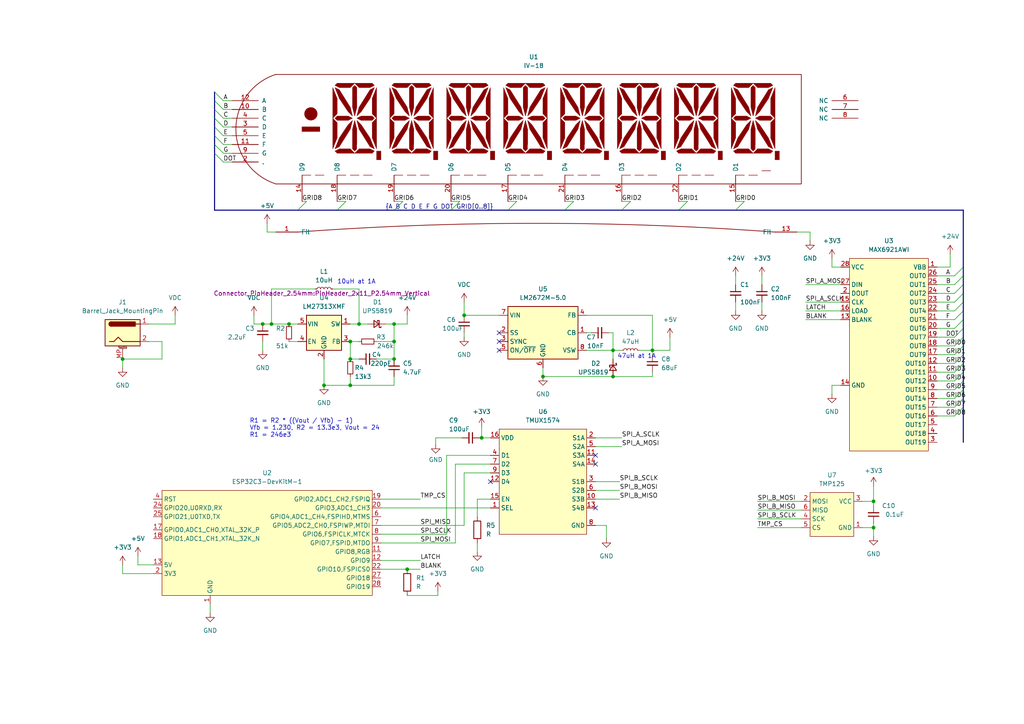
<source format=kicad_sch>
(kicad_sch (version 20230121) (generator eeschema)
  (paper "A4")
  (lib_symbols
    (symbol "Connector:Barrel_Jack_MountingPin" (pin_names hide)
      (property "Reference" "J" (at 0 5.334 0))
      (property "Value" "Barrel_Jack_MountingPin" (at 1.27 -6.35 0))
      (symbol "Barrel_Jack_MountingPin_1_1"
        (text "Mounting" (at 0 -4.191 0) (effects (font (size 0.381 0.381))))
        (pin passive line (at 7.62 2.54 180) (length 2.54) (name "~") (number "1"))
        (pin passive line (at 7.62 -2.54 180) (length 2.54) (name "~") (number "2"))
        (pin passive line (at 0 -7.62 90) (length 3.048) (name "MountPin") (number "MP"))
      )
    )
    (symbol "Device:C_Small" (pin_numbers hide) (pin_names (offset 0.254) hide)
      (property "Reference" "C" (at 0.254 1.778 0))
      (property "Value" "C_Small" (at 0.254 -2.032 0))
      (symbol "C_Small_1_1"
        (pin passive line (at 0 2.54 270) (length 2.032) (name "~") (number "1"))
        (pin passive line (at 0 -2.54 90) (length 2.032) (name "~") (number "2"))
      )
    )
    (symbol "Device:D_Schottky_Small" (pin_numbers hide) (pin_names (offset 0.254) hide)
      (property "Reference" "D" (at -1.27 2.032 0))
      (property "Value" "D_Schottky_Small" (at -7.112 -2.032 0))
      (symbol "D_Schottky_Small_1_1"
        (pin passive line (at -2.54 0 0) (length 1.778) (name "K") (number "1"))
        (pin passive line (at 2.54 0 180) (length 1.778) (name "A") (number "2"))
      )
    )
    (symbol "Device:L_Small" (pin_numbers hide) (pin_names (offset 0.254) hide)
      (property "Reference" "L" (at 0.762 1.016 0))
      (property "Value" "L_Small" (at 0.762 -1.016 0))
      (symbol "L_Small_1_1"
        (pin passive line (at 0 2.54 270) (length 0.508) (name "~") (number "1"))
        (pin passive line (at 0 -2.54 90) (length 0.508) (name "~") (number "2"))
      )
    )
    (symbol "Device:R" (pin_numbers hide) (pin_names (offset 0))
      (property "Reference" "R" (at 2.032 0 90))
      (property "Value" "R" (at 0 0 90))
      (symbol "R_1_1"
        (pin passive line (at 0 3.81 270) (length 1.27) (name "~") (number "1"))
        (pin passive line (at 0 -3.81 90) (length 1.27) (name "~") (number "2"))
      )
    )
    (symbol "Device:R_Small" (pin_numbers hide) (pin_names (offset 0.254) hide)
      (property "Reference" "R" (at 0.762 0.508 0))
      (property "Value" "R_Small" (at 0.762 -1.016 0))
      (symbol "R_Small_1_1"
        (pin passive line (at 0 2.54 270) (length 0.762) (name "~") (number "1"))
        (pin passive line (at 0 -2.54 90) (length 0.762) (name "~") (number "2"))
      )
    )
    (symbol "Regulator_Switching:LM2672M-5.0"
      (property "Reference" "U" (at -10.16 8.89 0))
      (property "Value" "LM2672M-5.0" (at 0 8.89 0))
      (symbol "LM2672M-5.0_1_1"
        (pin input line (at 12.7 0 180) (length 2.54) (name "CB") (number "1"))
        (pin input line (at -12.7 0 0) (length 2.54) (name "SS") (number "2"))
        (pin input line (at -12.7 -2.54 0) (length 2.54) (name "SYNC") (number "3"))
        (pin input line (at 12.7 5.08 180) (length 2.54) (name "FB") (number "4"))
        (pin input line (at -12.7 -5.08 0) (length 2.54) (name "ON/~{OFF}") (number "5"))
        (pin power_in line (at 0 -10.16 90) (length 2.54) (name "GND") (number "6"))
        (pin power_in line (at -12.7 5.08 0) (length 2.54) (name "VIN") (number "7"))
        (pin output line (at 12.7 -5.08 180) (length 2.54) (name "VSW") (number "8"))
      )
    )
    (symbol "Regulator_Switching:LM27313XMF" (pin_names (offset 0.254))
      (property "Reference" "U" (at -5.08 6.35 0))
      (property "Value" "LM27313XMF" (at 0 6.35 0))
      (symbol "LM27313XMF_1_1"
        (pin output line (at 7.62 2.54 180) (length 2.54) (name "SW") (number "1"))
        (pin power_in line (at 0 -7.62 90) (length 2.54) (name "GND") (number "2"))
        (pin input line (at 7.62 -2.54 180) (length 2.54) (name "FB") (number "3"))
        (pin input line (at -7.62 -2.54 0) (length 2.54) (name "EN") (number "4"))
        (pin input line (at -7.62 2.54 0) (length 2.54) (name "VIN") (number "5"))
      )
    )
    (symbol "esp-clock:MAX6921"
      (property "Reference" "U" (at -10.16 29.21 0))
      (property "Value" "MAX6921AWI" (at -5.08 26.67 0))
      (symbol "MAX6921_1_1"
        (pin power_in line (at 13.97 22.86 180) (length 2.54) (name "VBB") (number "1"))
        (pin output line (at 13.97 -10.16 180) (length 2.54) (name "OUT12") (number "10"))
        (pin output line (at 13.97 -7.62 180) (length 2.54) (name "OUT11") (number "11"))
        (pin output line (at 13.97 -5.08 180) (length 2.54) (name "OUT10") (number "12"))
        (pin input line (at -13.97 7.62 0) (length 2.54) (name "BLANK") (number "13"))
        (pin input line (at -13.97 -11.43 0) (length 2.54) (name "GND") (number "14"))
        (pin input line (at -13.97 12.7 0) (length 2.54) (name "CLK") (number "15"))
        (pin input line (at -13.97 10.16 0) (length 2.54) (name "LOAD") (number "16"))
        (pin output line (at 13.97 -2.54 180) (length 2.54) (name "OUT9") (number "17"))
        (pin output line (at 13.97 0 180) (length 2.54) (name "OUT8") (number "18"))
        (pin output line (at 13.97 2.54 180) (length 2.54) (name "OUT7") (number "19"))
        (pin input line (at -13.97 15.24 0) (length 2.54) (name "DOUT") (number "2"))
        (pin output line (at 13.97 5.08 180) (length 2.54) (name "OUT6") (number "20"))
        (pin output line (at 13.97 7.62 180) (length 2.54) (name "OUT5") (number "21"))
        (pin output line (at 13.97 10.16 180) (length 2.54) (name "OUT4") (number "22"))
        (pin output line (at 13.97 12.7 180) (length 2.54) (name "OUT3") (number "23"))
        (pin output line (at 13.97 15.24 180) (length 2.54) (name "OUT2") (number "24"))
        (pin output line (at 13.97 17.78 180) (length 2.54) (name "OUT1") (number "25"))
        (pin output line (at 13.97 20.32 180) (length 2.54) (name "OUT0") (number "26"))
        (pin input line (at -13.97 17.78 0) (length 2.54) (name "DIN") (number "27"))
        (pin input line (at -13.97 22.86 0) (length 2.54) (name "VCC") (number "28"))
        (pin output line (at 13.97 -27.94 180) (length 2.54) (name "OUT19") (number "3"))
        (pin output line (at 13.97 -25.4 180) (length 2.54) (name "OUT18") (number "4"))
        (pin output line (at 13.97 -22.86 180) (length 2.54) (name "OUT17") (number "5"))
        (pin output line (at 13.97 -20.32 180) (length 2.54) (name "OUT16") (number "6"))
        (pin output line (at 13.97 -17.78 180) (length 2.54) (name "OUT15") (number "7"))
        (pin output line (at 13.97 -15.24 180) (length 2.54) (name "OUT14") (number "8"))
        (pin output line (at 13.97 -12.7 180) (length 2.54) (name "OUT13") (number "9"))
      )
    )
    (symbol "esp-clock:TMP125"
      (property "Reference" "U" (at -5.08 10.16 0))
      (property "Value" "TMP125" (at -2.54 7.62 0))
      (symbol "TMP125_1_1"
        (pin power_out line (at 8.89 -3.81 180) (length 2.54) (name "GND") (number "1"))
        (pin input line (at -8.89 3.81 0) (length 2.54) (name "MOSI") (number "2"))
        (pin power_in line (at 8.89 3.81 180) (length 2.54) (name "VCC") (number "3"))
        (pin input line (at -8.89 -1.27 0) (length 2.54) (name "SCK") (number "4"))
        (pin input line (at -8.89 -3.81 0) (length 2.54) (name "CS") (number "5"))
        (pin output line (at -8.89 1.27 0) (length 2.54) (name "MISO") (number "6"))
      )
    )
    (symbol "esp-clock:TMUX1574"
      (property "Reference" "U" (at -11.43 19.05 0))
      (property "Value" "TMUX1574" (at -7.62 16.51 0))
      (symbol "TMUX1574_1_1"
        (pin input line (at -15.24 -7.62 0) (length 2.54) (name "SEL") (number "1"))
        (pin output line (at 15.24 -5.08 180) (length 2.54) (name "S3B") (number "10"))
        (pin output line (at 15.24 7.62 180) (length 2.54) (name "S3A") (number "11"))
        (pin input line (at -15.24 0 0) (length 2.54) (name "D4") (number "12"))
        (pin output line (at 15.24 -7.62 180) (length 2.54) (name "S4B") (number "13"))
        (pin output line (at 15.24 5.08 180) (length 2.54) (name "S4A") (number "14"))
        (pin input line (at -15.24 -5.08 0) (length 2.54) (name "EN") (number "15"))
        (pin power_in line (at -15.24 12.7 0) (length 2.54) (name "VDD") (number "16"))
        (pin output line (at 15.24 12.7 180) (length 2.54) (name "S1A") (number "2"))
        (pin output line (at 15.24 0 180) (length 2.54) (name "S1B") (number "3"))
        (pin input line (at -15.24 7.62 0) (length 2.54) (name "D1") (number "4"))
        (pin output line (at 15.24 10.16 180) (length 2.54) (name "S2A") (number "5"))
        (pin output line (at 15.24 -2.54 180) (length 2.54) (name "S2B") (number "6"))
        (pin input line (at -15.24 5.08 0) (length 2.54) (name "D2") (number "7"))
        (pin power_out line (at 15.24 -12.7 180) (length 2.54) (name "GND") (number "8"))
        (pin input line (at -15.24 2.54 0) (length 2.54) (name "D3") (number "9"))
      )
    )
    (symbol "esp-clock:esp32c3-mini-devkit"
      (property "Reference" "U" (at -27.94 19.05 0))
      (property "Value" "ESP32C3-DevKitM-1" (at -19.05 16.51 0))
      (symbol "esp32c3-mini-devkit_1_1"
        (pin passive line (at -15.24 -17.78 90) (length 2.54) (name "GND") (number "1"))
        (pin input line (at 34.29 -2.54 180) (length 2.54) (name "GPIO8,RGB") (number "11"))
        (pin input line (at 34.29 -5.08 180) (length 2.54) (name "GPIO9") (number "12"))
        (pin power_in line (at -31.75 -6.35 0) (length 2.54) (name "5V") (number "13"))
        (pin input line (at -31.75 3.81 0) (length 2.54) (name "GPIO0,ADC1_CH0,XTAL_32K_P") (number "17"))
        (pin input line (at -31.75 1.27 0) (length 2.54) (name "GPIO1,ADC1_CH1,XTAL_32K_N") (number "18"))
        (pin input line (at 34.29 12.7 180) (length 2.54) (name "GPIO2,ADC1_CH2,FSPIQ") (number "19"))
        (pin power_in line (at -31.75 -8.89 0) (length 2.54) (name "3V3") (number "2"))
        (pin input line (at 34.29 10.16 180) (length 2.54) (name "GPIO3,ADC1_CH3") (number "20"))
        (pin input line (at 34.29 -7.62 180) (length 2.54) (name "GPIO10,FSPICS0") (number "22"))
        (pin input line (at -31.75 10.16 0) (length 2.54) (name "GPIO20,U0RXD,RX") (number "24"))
        (pin input line (at -31.75 7.62 0) (length 2.54) (name "GPIO21,U0TXD,TX") (number "25"))
        (pin input line (at 34.29 -10.16 180) (length 2.54) (name "GPIO18") (number "27"))
        (pin input line (at 34.29 -12.7 180) (length 2.54) (name "GPIO19") (number "28"))
        (pin input line (at -31.75 12.7 0) (length 2.54) (name "RST") (number "4"))
        (pin input line (at 34.29 7.62 180) (length 2.54) (name "GPIO4,ADC1_CH4,FSPIHD,MTMS") (number "6"))
        (pin input line (at 34.29 5.08 180) (length 2.54) (name "GPIO5,ADC2_CH0,FSPIWP,MTDI") (number "7"))
        (pin input line (at 34.29 2.54 180) (length 2.54) (name "GPIO6,FSPICLK,MTCK") (number "8"))
        (pin input line (at 34.29 0 180) (length 2.54) (name "GPIO7,FSPID,MTDO") (number "9"))
      )
    )
    (symbol "power:+24V" (power) (pin_names (offset 0))
      (property "Value" "+24V" (at 0 3.556 0))
      (symbol "+24V_1_1"
        (pin power_in line (at 0 0 90) (length 0) hide (name "+24V") (number "1"))
      )
    )
    (symbol "power:+3V3" (power) (pin_names (offset 0))
      (property "Value" "+3V3" (at 0 3.556 0))
      (symbol "+3V3_1_1"
        (pin power_in line (at 0 0 90) (length 0) hide (name "+3V3") (number "1"))
      )
    )
    (symbol "power:+5V" (power) (pin_names (offset 0))
      (property "Value" "+5V" (at 0 3.556 0))
      (symbol "+5V_1_1"
        (pin power_in line (at 0 0 90) (length 0) hide (name "+5V") (number "1"))
      )
    )
    (symbol "power:GND" (power) (pin_names (offset 0))
      (property "Value" "GND" (at 0 -3.81 0))
      (symbol "GND_1_1"
        (pin power_in line (at 0 0 270) (length 0) hide (name "GND") (number "1"))
      )
    )
    (symbol "power:VDC" (power) (pin_names (offset 0))
      (property "Value" "VDC" (at 0 6.35 0))
      (symbol "VDC_1_1"
        (pin power_in line (at 0 0 90) (length 0) hide (name "VDC") (number "1"))
      )
    )
    (symbol "vfd:IV-18" (pin_names (offset 1.016))
      (property "Reference" "U" (at 0 15.24 0))
      (property "Value" "IV-18" (at 153.67 -27.94 0))
      (symbol "IV-18_1_1"
        (pin passive line (at -12.7 -33.02 0) (length 6.35) (name "Fil") (number "1"))
        (pin passive line (at -25.4 2.54 0) (length 7.62) (name "B") (number "10"))
        (pin passive line (at -25.4 -7.62 0) (length 7.62) (name "F") (number "11"))
        (pin passive line (at -25.4 5.08 0) (length 7.62) (name "A") (number "12"))
        (pin passive line (at 138.43 -33.02 180) (length 6.35) (name "Fil") (number "13"))
        (pin passive line (at -5.08 -24.13 90) (length 7.62) (name "D9") (number "14"))
        (pin passive line (at 120.65 -24.13 90) (length 7.62) (name "D1") (number "15"))
        (pin passive line (at 87.63 -24.13 90) (length 7.62) (name "D3") (number "16"))
        (pin passive line (at 54.61 -24.13 90) (length 7.62) (name "D5") (number "17"))
        (pin passive line (at 5.08 -24.13 90) (length 7.62) (name "D8") (number "18"))
        (pin passive line (at 21.59 -24.13 90) (length 7.62) (name "D7") (number "19"))
        (pin passive line (at -25.4 -12.7 0) (length 7.62) (name ".") (number "2"))
        (pin passive line (at 38.1 -24.13 90) (length 7.62) (name "D6") (number "20"))
        (pin passive line (at 71.12 -24.13 90) (length 7.62) (name "D4") (number "21"))
        (pin passive line (at 104.14 -24.13 90) (length 7.62) (name "D2") (number "22"))
        (pin passive line (at -25.4 -2.54 0) (length 7.62) (name "D") (number "3"))
        (pin passive line (at -25.4 0 0) (length 7.62) (name "C") (number "4"))
        (pin passive line (at -25.4 -5.08 0) (length 7.62) (name "E") (number "5"))
        (pin passive line (at 156.21 5.08 180) (length 7.62) (name "NC") (number "6"))
        (pin passive line (at 156.21 2.54 180) (length 7.62) (name "NC") (number "7"))
        (pin passive line (at 156.21 0 180) (length 7.62) (name "NC") (number "8"))
        (pin passive line (at -25.4 -10.16 0) (length 7.62) (name "G") (number "9"))
      )
    )
  )
  (junction (at 114.3 93.98))
  (junction (at 76.2 93.98))
  (junction (at 101.6 111.76))
  (junction (at 101.6 99.06))
  (junction (at 83.82 93.98))
  (junction (at 253.365 145.415))
  (junction (at 101.6 104.14))
  (junction (at 139.7 127))
  (junction (at 253.365 153.035))
  (junction (at 177.8 101.6))
  (junction (at 114.3 104.14))
  (junction (at 177.8 109.22))
  (junction (at 35.56 104.14))
  (junction (at 189.23 101.6))
  (junction (at 93.98 111.76))
  (junction (at 157.48 109.22))
  (junction (at 104.14 93.98))
  (junction (at 134.62 91.44))
  (junction (at 78.74 93.98))
  (junction (at 114.3 99.06))
  (junction (at 118.11 165.1))
  (no_connect (at 144.78 101.6))
  (no_connect (at 142.24 139.7))
  (no_connect (at 172.72 132.08))
  (no_connect (at 172.72 147.32))
  (no_connect (at 144.78 99.06))
  (no_connect (at 144.78 96.52))
  (no_connect (at 172.72 134.62))
  (bus_entry (at 279.4 87.63) (size -2.54 2.54))
  (bus_entry (at 279.4 100.33) (size -2.54 2.54))
  (bus_entry (at 180.34 60.96) (size 2.54 -2.54))
  (bus_entry (at 196.85 60.96) (size 2.54 -2.54))
  (bus_entry (at 279.4 113.03) (size -2.54 2.54))
  (bus_entry (at 279.4 107.95) (size -2.54 2.54))
  (bus_entry (at 114.3 60.96) (size 2.54 -2.54))
  (bus_entry (at 279.4 115.57) (size -2.54 2.54))
  (bus_entry (at 62.23 39.37) (size 2.54 2.54))
  (bus_entry (at 279.4 118.11) (size -2.54 2.54))
  (bus_entry (at 97.79 60.96) (size 2.54 -2.54))
  (bus_entry (at 279.4 90.17) (size -2.54 2.54))
  (bus_entry (at 130.81 60.96) (size 2.54 -2.54))
  (bus_entry (at 62.23 31.75) (size 2.54 2.54))
  (bus_entry (at 279.4 82.55) (size -2.54 2.54))
  (bus_entry (at 213.36 60.96) (size 2.54 -2.54))
  (bus_entry (at 62.23 34.29) (size 2.54 2.54))
  (bus_entry (at 279.4 95.25) (size -2.54 2.54))
  (bus_entry (at 62.23 26.67) (size 2.54 2.54))
  (bus_entry (at 62.23 36.83) (size 2.54 2.54))
  (bus_entry (at 279.4 102.87) (size -2.54 2.54))
  (bus_entry (at 62.23 41.91) (size 2.54 2.54))
  (bus_entry (at 279.4 80.01) (size -2.54 2.54))
  (bus_entry (at 279.4 110.49) (size -2.54 2.54))
  (bus_entry (at 279.4 77.47) (size -2.54 2.54))
  (bus_entry (at 279.4 105.41) (size -2.54 2.54))
  (bus_entry (at 86.36 60.96) (size 2.54 -2.54))
  (bus_entry (at 62.23 44.45) (size 2.54 2.54))
  (bus_entry (at 62.23 29.21) (size 2.54 2.54))
  (bus_entry (at 279.4 85.09) (size -2.54 2.54))
  (bus_entry (at 163.83 60.96) (size 2.54 -2.54))
  (bus_entry (at 279.4 97.79) (size -2.54 2.54))
  (bus_entry (at 147.32 60.96) (size 2.54 -2.54))
  (bus_entry (at 279.4 92.71) (size -2.54 2.54))
  (wire (pts (xy 177.8 96.52) (xy 177.8 101.6)))
  (wire (pts (xy 157.48 106.68) (xy 157.48 109.22)))
  (wire (pts (xy 233.68 90.17) (xy 243.84 90.17)))
  (wire (pts (xy 250.19 145.415) (xy 253.365 145.415)))
  (wire (pts (xy 104.14 83.82) (xy 104.14 93.98)))
  (wire (pts (xy 64.77 31.75) (xy 67.31 31.75)))
  (wire (pts (xy 35.56 104.14) (xy 35.56 106.68)))
  (wire (pts (xy 134.62 152.4) (xy 134.62 137.16)))
  (wire (pts (xy 114.3 104.14) (xy 114.3 99.06)))
  (wire (pts (xy 44.45 166.37) (xy 35.56 166.37)))
  (wire (pts (xy 271.78 110.49) (xy 276.86 110.49)))
  (wire (pts (xy 175.895 152.4) (xy 175.895 156.21)))
  (wire (pts (xy 83.82 99.06) (xy 86.36 99.06)))
  (wire (pts (xy 127 171.45) (xy 127 172.72)))
  (wire (pts (xy 101.6 99.06) (xy 104.14 99.06)))
  (wire (pts (xy 139.7 127) (xy 142.24 127)))
  (wire (pts (xy 76.2 99.06) (xy 76.2 101.6)))
  (wire (pts (xy 139.7 123.825) (xy 139.7 127)))
  (wire (pts (xy 177.8 101.6) (xy 170.18 101.6)))
  (wire (pts (xy 132.08 134.62) (xy 142.24 134.62)))
  (wire (pts (xy 134.62 137.16) (xy 142.24 137.16)))
  (wire (pts (xy 271.78 97.79) (xy 276.86 97.79)))
  (wire (pts (xy 213.36 87.63) (xy 213.36 90.17)))
  (wire (pts (xy 275.59 73.66) (xy 275.59 77.47)))
  (wire (pts (xy 114.3 109.22) (xy 114.3 111.76)))
  (wire (pts (xy 40.005 163.83) (xy 44.45 163.83)))
  (wire (pts (xy 234.95 67.31) (xy 234.95 69.85)))
  (wire (pts (xy 253.365 153.035) (xy 253.365 155.575)))
  (wire (pts (xy 134.62 96.52) (xy 134.62 97.79)))
  (wire (pts (xy 110.49 147.32) (xy 142.24 147.32)))
  (bus (pts (xy 279.4 92.71) (xy 279.4 95.25)))
  (bus (pts (xy 279.4 113.03) (xy 279.4 115.57)))
  (wire (pts (xy 220.98 80.01) (xy 220.98 82.55)))
  (wire (pts (xy 138.43 144.78) (xy 138.43 149.86)))
  (wire (pts (xy 176.53 96.52) (xy 177.8 96.52)))
  (bus (pts (xy 279.4 110.49) (xy 279.4 113.03)))
  (wire (pts (xy 172.72 144.78) (xy 179.705 144.78)))
  (wire (pts (xy 233.68 87.63) (xy 243.84 87.63)))
  (wire (pts (xy 46.99 104.14) (xy 35.56 104.14)))
  (wire (pts (xy 93.98 111.76) (xy 93.98 104.14)))
  (wire (pts (xy 110.49 144.78) (xy 121.92 144.78)))
  (bus (pts (xy 279.4 87.63) (xy 279.4 90.17)))
  (bus (pts (xy 62.23 36.83) (xy 62.23 39.37)))
  (wire (pts (xy 40.005 161.29) (xy 40.005 163.83)))
  (wire (pts (xy 64.77 41.91) (xy 67.31 41.91)))
  (bus (pts (xy 62.23 31.75) (xy 62.23 34.29)))
  (wire (pts (xy 271.78 115.57) (xy 276.86 115.57)))
  (wire (pts (xy 87.63 58.42) (xy 88.9 58.42)))
  (bus (pts (xy 279.4 115.57) (xy 279.4 118.11)))
  (bus (pts (xy 279.4 105.41) (xy 279.4 107.95)))
  (wire (pts (xy 129.54 154.94) (xy 129.54 132.08)))
  (wire (pts (xy 271.78 102.87) (xy 276.86 102.87)))
  (wire (pts (xy 219.71 150.495) (xy 232.41 150.495)))
  (wire (pts (xy 64.77 29.21) (xy 67.31 29.21)))
  (wire (pts (xy 220.98 87.63) (xy 220.98 90.17)))
  (wire (pts (xy 189.23 101.6) (xy 189.23 102.87)))
  (bus (pts (xy 279.4 97.79) (xy 279.4 100.33)))
  (wire (pts (xy 78.74 83.82) (xy 91.44 83.82)))
  (wire (pts (xy 219.71 153.035) (xy 232.41 153.035)))
  (wire (pts (xy 130.81 58.42) (xy 133.35 58.42)))
  (bus (pts (xy 279.4 118.11) (xy 279.4 128.27)))
  (wire (pts (xy 110.49 165.1) (xy 118.11 165.1)))
  (wire (pts (xy 189.23 101.6) (xy 185.42 101.6)))
  (wire (pts (xy 129.54 132.08) (xy 142.24 132.08)))
  (wire (pts (xy 104.14 93.98) (xy 101.6 93.98)))
  (bus (pts (xy 279.4 95.25) (xy 279.4 97.79)))
  (wire (pts (xy 271.78 107.95) (xy 276.86 107.95)))
  (bus (pts (xy 279.4 60.96) (xy 279.4 77.47)))
  (wire (pts (xy 76.2 93.98) (xy 78.74 93.98)))
  (wire (pts (xy 96.52 83.82) (xy 104.14 83.82)))
  (wire (pts (xy 243.84 111.76) (xy 241.3 111.76)))
  (wire (pts (xy 132.08 157.48) (xy 132.08 134.62)))
  (wire (pts (xy 139.065 127) (xy 139.7 127)))
  (wire (pts (xy 189.23 91.44) (xy 189.23 101.6)))
  (wire (pts (xy 189.23 109.22) (xy 177.8 109.22)))
  (wire (pts (xy 118.11 172.72) (xy 127 172.72)))
  (bus (pts (xy 62.23 60.96) (xy 86.36 60.96)))
  (wire (pts (xy 134.62 91.44) (xy 144.78 91.44)))
  (wire (pts (xy 241.3 74.93) (xy 241.3 77.47)))
  (wire (pts (xy 77.47 67.31) (xy 77.47 64.77)))
  (bus (pts (xy 62.23 34.29) (xy 62.23 36.83)))
  (wire (pts (xy 101.6 109.22) (xy 101.6 111.76)))
  (wire (pts (xy 250.19 153.035) (xy 253.365 153.035)))
  (wire (pts (xy 114.3 93.98) (xy 118.11 93.98)))
  (wire (pts (xy 172.72 127) (xy 180.34 127)))
  (wire (pts (xy 126.365 127) (xy 126.365 128.905)))
  (wire (pts (xy 97.79 58.42) (xy 100.33 58.42)))
  (wire (pts (xy 172.72 129.54) (xy 180.34 129.54)))
  (bus (pts (xy 62.23 44.45) (xy 62.23 60.96)))
  (wire (pts (xy 271.78 80.01) (xy 276.86 80.01)))
  (bus (pts (xy 279.4 85.09) (xy 279.4 87.63)))
  (wire (pts (xy 114.3 58.42) (xy 116.84 58.42)))
  (bus (pts (xy 196.85 60.96) (xy 213.36 60.96)))
  (wire (pts (xy 271.78 82.55) (xy 276.86 82.55)))
  (wire (pts (xy 142.24 144.78) (xy 138.43 144.78)))
  (wire (pts (xy 271.78 100.33) (xy 276.86 100.33)))
  (wire (pts (xy 194.31 97.79) (xy 194.31 101.6)))
  (wire (pts (xy 133.985 127) (xy 126.365 127)))
  (wire (pts (xy 111.76 93.98) (xy 114.3 93.98)))
  (wire (pts (xy 271.78 105.41) (xy 276.86 105.41)))
  (bus (pts (xy 97.79 60.96) (xy 114.3 60.96)))
  (wire (pts (xy 271.78 95.25) (xy 276.86 95.25)))
  (wire (pts (xy 180.34 58.42) (xy 182.88 58.42)))
  (wire (pts (xy 233.68 82.55) (xy 243.84 82.55)))
  (wire (pts (xy 101.6 111.76) (xy 93.98 111.76)))
  (wire (pts (xy 64.77 39.37) (xy 67.31 39.37)))
  (wire (pts (xy 134.62 87.63) (xy 134.62 91.44)))
  (wire (pts (xy 243.84 77.47) (xy 241.3 77.47)))
  (bus (pts (xy 279.4 107.95) (xy 279.4 110.49)))
  (wire (pts (xy 110.49 157.48) (xy 132.08 157.48)))
  (wire (pts (xy 177.8 101.6) (xy 180.34 101.6)))
  (wire (pts (xy 60.96 175.26) (xy 60.96 177.8)))
  (wire (pts (xy 170.18 91.44) (xy 189.23 91.44)))
  (bus (pts (xy 279.4 90.17) (xy 279.4 92.71)))
  (bus (pts (xy 180.34 60.96) (xy 196.85 60.96)))
  (wire (pts (xy 109.22 104.14) (xy 114.3 104.14)))
  (bus (pts (xy 279.4 80.01) (xy 279.4 82.55)))
  (bus (pts (xy 62.23 39.37) (xy 62.23 41.91)))
  (wire (pts (xy 73.66 91.44) (xy 73.66 93.98)))
  (bus (pts (xy 62.23 26.67) (xy 62.23 29.21)))
  (wire (pts (xy 177.8 101.6) (xy 177.8 104.14)))
  (wire (pts (xy 219.71 145.415) (xy 232.41 145.415)))
  (wire (pts (xy 271.78 92.71) (xy 276.86 92.71)))
  (wire (pts (xy 196.85 58.42) (xy 199.39 58.42)))
  (wire (pts (xy 118.11 165.1) (xy 121.92 165.1)))
  (wire (pts (xy 241.3 111.76) (xy 241.3 114.3)))
  (wire (pts (xy 271.78 113.03) (xy 276.86 113.03)))
  (wire (pts (xy 253.365 140.97) (xy 253.365 145.415)))
  (wire (pts (xy 172.72 139.7) (xy 179.705 139.7)))
  (wire (pts (xy 172.72 142.24) (xy 179.705 142.24)))
  (wire (pts (xy 271.78 85.09) (xy 276.86 85.09)))
  (wire (pts (xy 104.14 93.98) (xy 106.68 93.98)))
  (bus (pts (xy 279.4 82.55) (xy 279.4 85.09)))
  (bus (pts (xy 279.4 77.47) (xy 279.4 80.01)))
  (wire (pts (xy 172.72 152.4) (xy 175.895 152.4)))
  (wire (pts (xy 80.01 67.31) (xy 77.47 67.31)))
  (bus (pts (xy 114.3 60.96) (xy 130.81 60.96)))
  (wire (pts (xy 101.6 104.14) (xy 104.14 104.14)))
  (wire (pts (xy 233.68 92.71) (xy 243.84 92.71)))
  (wire (pts (xy 114.3 93.98) (xy 114.3 99.06)))
  (bus (pts (xy 163.83 60.96) (xy 180.34 60.96)))
  (wire (pts (xy 163.83 58.42) (xy 166.37 58.42)))
  (wire (pts (xy 271.78 77.47) (xy 275.59 77.47)))
  (bus (pts (xy 147.32 60.96) (xy 163.83 60.96)))
  (wire (pts (xy 83.82 93.98) (xy 86.36 93.98)))
  (wire (pts (xy 76.2 93.98) (xy 73.66 93.98)))
  (wire (pts (xy 189.23 101.6) (xy 194.31 101.6)))
  (wire (pts (xy 271.78 87.63) (xy 276.86 87.63)))
  (wire (pts (xy 110.49 154.94) (xy 129.54 154.94)))
  (wire (pts (xy 110.49 162.56) (xy 121.92 162.56)))
  (wire (pts (xy 118.11 91.44) (xy 118.11 93.98)))
  (wire (pts (xy 253.365 145.415) (xy 253.365 146.685)))
  (wire (pts (xy 271.78 120.65) (xy 276.86 120.65)))
  (wire (pts (xy 114.3 111.76) (xy 101.6 111.76)))
  (wire (pts (xy 101.6 99.06) (xy 101.6 104.14)))
  (wire (pts (xy 35.56 163.83) (xy 35.56 166.37)))
  (wire (pts (xy 189.23 107.95) (xy 189.23 109.22)))
  (bus (pts (xy 62.23 41.91) (xy 62.23 44.45)))
  (wire (pts (xy 170.18 96.52) (xy 171.45 96.52)))
  (wire (pts (xy 64.77 34.29) (xy 67.31 34.29)))
  (wire (pts (xy 78.74 93.98) (xy 83.82 93.98)))
  (wire (pts (xy 219.71 147.955) (xy 232.41 147.955)))
  (wire (pts (xy 271.78 90.17) (xy 276.86 90.17)))
  (wire (pts (xy 231.14 67.31) (xy 234.95 67.31)))
  (bus (pts (xy 279.4 102.87) (xy 279.4 105.41)))
  (wire (pts (xy 157.48 109.22) (xy 177.8 109.22)))
  (bus (pts (xy 213.36 60.96) (xy 279.4 60.96)))
  (wire (pts (xy 43.18 99.06) (xy 46.99 99.06)))
  (bus (pts (xy 62.23 29.21) (xy 62.23 31.75)))
  (bus (pts (xy 279.4 100.33) (xy 279.4 102.87)))
  (wire (pts (xy 213.36 80.01) (xy 213.36 82.55)))
  (wire (pts (xy 64.77 36.83) (xy 67.31 36.83)))
  (wire (pts (xy 50.8 91.44) (xy 50.8 93.98)))
  (wire (pts (xy 213.36 58.42) (xy 215.9 58.42)))
  (wire (pts (xy 64.77 46.99) (xy 67.31 46.99)))
  (bus (pts (xy 86.36 60.96) (xy 97.79 60.96)))
  (wire (pts (xy 64.77 44.45) (xy 67.31 44.45)))
  (wire (pts (xy 109.22 99.06) (xy 114.3 99.06)))
  (wire (pts (xy 147.32 58.42) (xy 149.86 58.42)))
  (wire (pts (xy 138.43 157.48) (xy 138.43 160.02)))
  (wire (pts (xy 110.49 152.4) (xy 134.62 152.4)))
  (wire (pts (xy 43.18 93.98) (xy 50.8 93.98)))
  (wire (pts (xy 253.365 151.765) (xy 253.365 153.035)))
  (wire (pts (xy 78.74 93.98) (xy 78.74 83.82)))
  (wire (pts (xy 271.78 118.11) (xy 276.86 118.11)))
  (bus (pts (xy 130.81 60.96) (xy 147.32 60.96)))
  (wire (pts (xy 46.99 99.06) (xy 46.99 104.14)))
  (text "10uH at 1A" (at 97.79 82.55 0) (effects (font (size 1.27 1.27)) (justify left bottom)))
  (text "47uH at 1A" (at 179.07 104.14 0) (effects (font (size 1.27 1.27)) (justify left bottom)))
  (text "R1 = R2 * ((Vout / Vfb) - 1)\nVfb = 1.230, R2 = 13.3e3, Vout = 24\nR1 = 246e3\n" (at 72.39 127 0) (effects (font (size 1.27 1.27)) (justify left bottom)))
  (label "SPI_MISO" (at 121.92 152.4 0))
  (label "G" (at 64.77 44.45 0))
  (label "GRID2" (at 274.32 105.41 0))
  (label "SPI_B_MOSI" (at 179.705 142.24 0))
  (label "SPI_A_MOSI" (at 233.68 82.55 0))
  (label "D" (at 64.77 36.83 0))
  (label "GRID0" (at 213.36 58.42 0))
  (label "F" (at 64.77 41.91 0))
  (label "B" (at 64.77 31.75 0))
  (label "SPI_A_MOSI" (at 180.34 129.54 0))
  (label "F" (at 274.32 92.71 0))
  (label "BLANK" (at 121.92 165.1 0))
  (label "GRID6" (at 114.3 58.42 0))
  (label "G" (at 274.32 95.25 0))
  (label "E" (at 64.77 39.37 0))
  (label "GRID5" (at 130.81 58.42 0))
  (label "SPI_B_MISO" (at 219.71 147.955 0))
  (label "{A B C D E F G DOT GRID[0..8]}" (at 111.76 60.96 0))
  (label "SPI_B_SCLK" (at 219.71 150.495 0))
  (label "B" (at 274.32 82.55 0))
  (label "SPI_B_SCLK" (at 179.705 139.7 0))
  (label "C" (at 64.77 34.29 0))
  (label "TMP_CS" (at 219.71 153.035 0))
  (label "DOT" (at 64.77 46.99 0))
  (label "GRID6" (at 274.32 115.57 0))
  (label "SPI_MOSI" (at 121.92 157.48 0))
  (label "GRID4" (at 147.32 58.42 0))
  (label "C" (at 274.32 85.09 0))
  (label "GRID7" (at 274.32 118.11 0))
  (label "GRID2" (at 180.34 58.42 0))
  (label "SPI_B_MOSI" (at 219.71 145.415 0))
  (label "GRID0" (at 274.32 100.33 0))
  (label "GRID7" (at 97.79 58.42 0))
  (label "SPI_SCLK" (at 121.92 154.94 0))
  (label "GRID3" (at 274.32 107.95 0))
  (label "SPI_A_SCLK" (at 233.68 87.63 0))
  (label "DOT" (at 274.32 97.79 0))
  (label "GRID3" (at 163.83 58.42 0))
  (label "SPI_B_MISO" (at 179.705 144.78 0))
  (label "E" (at 274.32 90.17 0))
  (label "A" (at 274.32 80.01 0))
  (label "LATCH" (at 121.92 162.56 0))
  (label "A" (at 64.77 29.21 0))
  (label "TMP_CS" (at 121.92 144.78 0))
  (label "LATCH" (at 233.68 90.17 0))
  (label "GRID1" (at 274.32 102.87 0))
  (label "GRID4" (at 274.32 110.49 0))
  (label "GRID8" (at 274.32 120.65 0))
  (label "BLANK" (at 233.68 92.71 0))
  (label "GRID1" (at 196.85 58.42 0))
  (label "GRID5" (at 274.32 113.03 0))
  (label "GRID8" (at 87.63 58.42 0))
  (label "SPI_A_SCLK" (at 180.34 127 0))
  (label "D" (at 274.32 87.63 0))
  (symbol (lib_id "power:+24V") (at 275.59 73.66 0) (unit 1)
    (property "Reference" "#PWR06" (effects hide))
    (property "Value" "+24V" (at 275.59 68.58 0))
  )
  (symbol (lib_id "power:+5V") (at 194.31 97.79 0) (unit 1)
    (property "Reference" "#PWR023" (effects hide))
    (property "Value" "+5V" (at 194.31 92.71 0))
  )
  (symbol (lib_id "power:GND") (at 134.62 97.79 0) (unit 1)
    (property "Reference" "#PWR021" (effects hide))
    (property "Value" "GND" (at 134.62 102.87 0))
  )
  (symbol (lib_id "esp-clock:TMP125") (at 241.3 149.225 0) (unit 1)
    (property "Reference" "U7" (at 241.3 137.795 0))
    (property "Value" "TMP125" (at 241.3 140.335 0))
    (property "Footprint" "Package_TO_SOT_SMD:SOT-23-6_Handsoldering" (effects hide))
  )
  (symbol (lib_id "Device:C_Small") (at 106.68 104.14 90) (unit 1)
    (property "Reference" "C4" (at 109.22 102.87 90))
    (property "Value" "220pF" (at 110.49 105.41 90))
    (property "Footprint" "Capacitor_SMD:C_0603_1608Metric_Pad1.08x0.95mm_HandSolder" (effects hide))
  )
  (symbol (lib_id "power:GND") (at 60.96 177.8 0) (unit 1)
    (property "Reference" "#PWR09" (effects hide))
    (property "Value" "GND" (at 60.96 182.88 0))
  )
  (symbol (lib_id "vfd:IV-18") (at 92.71 34.29 0) (unit 1)
    (property "Reference" "U1" (at 154.8102 16.51 0))
    (property "Value" "IV-18" (at 154.8102 19.05 0))
    (property "Footprint" "Connector_PinHeader_2.54mm:PinHeader_2x11_P2.54mm_Vertical" (at 93.345 85.09 0))
  )
  (symbol (lib_id "power:+3V3") (at 35.56 163.83 0) (unit 1)
    (property "Reference" "#PWR07" (effects hide))
    (property "Value" "+3V3" (at 35.56 158.75 0))
  )
  (symbol (lib_id "power:+3V3") (at 241.3 74.93 0) (unit 1)
    (property "Reference" "#PWR04" (effects hide))
    (property "Value" "+3V3" (at 241.3 69.85 0))
  )
  (symbol (lib_id "power:+3V3") (at 127 171.45 0) (unit 1)
    (property "Reference" "#PWR05" (effects hide))
    (property "Value" "+3V3" (at 127 166.37 0))
  )
  (symbol (lib_id "power:GND") (at 220.98 90.17 0) (unit 1)
    (property "Reference" "#PWR013" (effects hide))
    (property "Value" "GND" (at 220.98 95.25 0))
  )
  (symbol (lib_id "power:GND") (at 234.95 69.85 0) (unit 1)
    (property "Reference" "#PWR01" (effects hide))
    (property "Value" "GND" (at 234.95 74.93 0))
  )
  (symbol (lib_id "power:GND") (at 241.3 114.3 0) (unit 1)
    (property "Reference" "#PWR03" (effects hide))
    (property "Value" "GND" (at 241.3 119.38 0))
  )
  (symbol (lib_id "power:GND") (at 126.365 128.905 0) (unit 1)
    (property "Reference" "#PWR027" (effects hide))
    (property "Value" "GND" (at 126.365 133.35 0))
  )
  (symbol (lib_id "power:GND") (at 175.895 156.21 0) (unit 1)
    (property "Reference" "#PWR025" (effects hide))
    (property "Value" "GND" (at 175.895 161.29 0))
  )
  (symbol (lib_id "Device:D_Schottky_Small") (at 109.22 93.98 180) (unit 1)
    (property "Reference" "D1" (at 109.474 87.63 0))
    (property "Value" "UPS5819" (at 109.474 90.17 0))
    (property "Footprint" "esp-clock:D_DO216AA" (effects hide))
  )
  (symbol (lib_id "power:+5V") (at 40.005 161.29 0) (unit 1)
    (property "Reference" "#PWR08" (effects hide))
    (property "Value" "+5V" (at 40.005 156.21 0))
  )
  (symbol (lib_id "power:+3V3") (at 139.7 123.825 0) (unit 1)
    (property "Reference" "#PWR026" (effects hide))
    (property "Value" "+3V3" (at 139.7 119.38 0))
  )
  (symbol (lib_id "Device:L_Small") (at 182.88 101.6 90) (unit 1)
    (property "Reference" "L2" (at 182.88 96.52 90))
    (property "Value" "47uH" (at 182.88 99.06 90))
    (property "Footprint" "Inductor_SMD:L_TDK_SLF7045" (effects hide))
    (property "Datasheet" "B82472G6473M000" (effects hide))
  )
  (symbol (lib_id "power:GND") (at 157.48 109.22 0) (unit 1)
    (property "Reference" "#PWR022" (effects hide))
    (property "Value" "GND" (at 157.48 114.3 0))
  )
  (symbol (lib_id "power:+5V") (at 77.47 64.77 0) (unit 1)
    (property "Reference" "#PWR02" (effects hide))
    (property "Value" "+5V" (at 77.47 59.69 0))
  )
  (symbol (lib_id "power:+3V3") (at 253.365 140.97 0) (unit 1)
    (property "Reference" "#PWR029" (effects hide))
    (property "Value" "+3V3" (at 253.365 136.525 0))
  )
  (symbol (lib_id "Device:R_Small") (at 101.6 106.68 180) (unit 1)
    (property "Reference" "R4" (at 102.87 106.68 0) (effects (justify right)))
    (property "Value" "13k3" (at 102.87 109.22 0) (effects (justify right)))
    (property "Footprint" "Resistor_SMD:R_0603_1608Metric_Pad0.98x0.95mm_HandSolder" (effects hide))
  )
  (symbol (lib_id "esp-clock:esp32c3-mini-devkit") (at 76.2 157.48 0) (unit 1)
    (property "Reference" "U2" (at 77.47 137.16 0))
    (property "Value" "ESP32C3-DevKitM-1" (at 77.47 139.7 0))
    (property "Footprint" "esp-clock:esp32c3_devkit_minim1" (effects hide))
  )
  (symbol (lib_id "Device:R") (at 138.43 153.67 0) (unit 1)
    (property "Reference" "R5" (at 140.97 152.4 0) (effects (justify left)))
    (property "Value" "R" (at 140.97 154.94 0) (effects (justify left)))
    (property "Footprint" "Resistor_SMD:R_0603_1608Metric_Pad0.98x0.95mm_HandSolder" (effects hide))
  )
  (symbol (lib_id "Regulator_Switching:LM2672M-5.0") (at 157.48 96.52 0) (unit 1)
    (property "Reference" "U5" (at 157.48 83.82 0))
    (property "Value" "LM2672M-5.0" (at 157.48 86.36 0))
    (property "Footprint" "Package_SO:SOIC-8_3.9x4.9mm_P1.27mm" (effects hide))
    (property "Datasheet" "http://www.ti.com/lit/ds/symlink/lm2672.pdf" (effects hide))
  )
  (symbol (lib_id "Device:D_Schottky_Small") (at 177.8 106.68 270) (unit 1)
    (property "Reference" "D2" (at 171.45 105.41 90) (effects (justify left)))
    (property "Value" "UPS5819" (at 167.64 107.95 90) (effects (justify left)))
    (property "Footprint" "esp-clock:D_DO216AA" (effects hide))
  )
  (symbol (lib_id "power:VDC") (at 134.62 87.63 0) (unit 1)
    (property "Reference" "#PWR020" (effects hide))
    (property "Value" "VDC" (at 134.62 82.55 0))
  )
  (symbol (lib_id "power:VDC") (at 50.8 91.44 0) (unit 1)
    (property "Reference" "#PWR015" (effects hide))
    (property "Value" "VDC" (at 50.8 86.36 0))
  )
  (symbol (lib_id "Device:C_Small") (at 220.98 85.09 0) (unit 1)
    (property "Reference" "C2" (at 223.52 83.8263 0) (effects (justify left)))
    (property "Value" "100nF" (at 223.52 86.3663 0) (effects (justify left)))
    (property "Footprint" "Capacitor_SMD:C_0603_1608Metric_Pad1.08x0.95mm_HandSolder" (effects hide))
  )
  (symbol (lib_id "power:GND") (at 138.43 160.02 0) (unit 1)
    (property "Reference" "#PWR024" (effects hide))
    (property "Value" "GND" (at 138.43 165.1 0))
  )
  (symbol (lib_id "Device:R_Small") (at 83.82 96.52 0) (unit 1)
    (property "Reference" "R2" (at 80.01 95.25 0) (effects (justify left)))
    (property "Value" "51k" (at 80.01 100.33 0) (effects (justify left)))
    (property "Footprint" "Resistor_SMD:R_0603_1608Metric_Pad0.98x0.95mm_HandSolder" (effects hide))
  )
  (symbol (lib_id "power:+24V") (at 118.11 91.44 0) (unit 1)
    (property "Reference" "#PWR018" (effects hide))
    (property "Value" "+24V" (at 118.11 86.36 0))
  )
  (symbol (lib_id "power:+24V") (at 213.36 80.01 0) (unit 1)
    (property "Reference" "#PWR011" (effects hide))
    (property "Value" "+24V" (at 213.36 74.93 0))
  )
  (symbol (lib_id "power:GND") (at 93.98 111.76 0) (unit 1)
    (property "Reference" "#PWR019" (effects hide))
    (property "Value" "GND" (at 93.98 116.84 0))
  )
  (symbol (lib_id "Device:C_Small") (at 173.99 96.52 90) (unit 1)
    (property "Reference" "C7" (at 171.45 97.79 90))
    (property "Value" "10nF" (at 172.72 100.33 90))
    (property "Footprint" "Capacitor_SMD:C_0603_1608Metric_Pad1.08x0.95mm_HandSolder" (effects hide))
  )
  (symbol (lib_id "Device:C_Small") (at 114.3 106.68 180) (unit 1)
    (property "Reference" "C5" (at 116.84 105.4036 0) (effects (justify right)))
    (property "Value" "4.7uF" (at 116.84 107.9436 0) (effects (justify right)))
    (property "Footprint" "Capacitor_SMD:C_0603_1608Metric_Pad1.08x0.95mm_HandSolder" (effects hide))
  )
  (symbol (lib_id "Device:C_Small") (at 213.36 85.09 0) (unit 1)
    (property "Reference" "C1" (at 214.63 82.55 0) (effects (justify left)))
    (property "Value" "100nF" (at 214.63 87.63 0) (effects (justify left)))
    (property "Footprint" "Capacitor_SMD:C_0603_1608Metric_Pad1.08x0.95mm_HandSolder" (effects hide))
  )
  (symbol (lib_id "power:+3V3") (at 220.98 80.01 0) (unit 1)
    (property "Reference" "#PWR010" (effects hide))
    (property "Value" "+3V3" (at 220.98 74.93 0))
  )
  (symbol (lib_id "Device:C_Small") (at 134.62 93.98 0) (unit 1)
    (property "Reference" "C6" (at 129.54 92.71 0) (effects (justify left)))
    (property "Value" "100uF" (at 128.27 95.25 0) (effects (justify left)))
    (property "Footprint" "Capacitor_SMD:C_0603_1608Metric_Pad1.08x0.95mm_HandSolder" (effects hide))
  )
  (symbol (lib_id "power:GND") (at 253.365 155.575 0) (unit 1)
    (property "Reference" "#PWR028" (effects hide))
    (property "Value" "GND" (at 253.365 160.655 0))
  )
  (symbol (lib_id "Device:C_Small") (at 136.525 127 270) (unit 1)
    (property "Reference" "C9" (at 130.175 121.92 90) (effects (justify left)))
    (property "Value" "100uF" (at 130.175 124.46 90) (effects (justify left)))
    (property "Footprint" "Capacitor_SMD:C_0603_1608Metric_Pad1.08x0.95mm_HandSolder" (effects hide))
  )
  (symbol (lib_id "Device:C_Small") (at 76.2 96.52 0) (unit 1)
    (property "Reference" "C3" (at 71.12 95.25 0) (effects (justify left)))
    (property "Value" "2.2uF" (at 66.04 97.79 0) (effects (justify left)))
    (property "Footprint" "Capacitor_SMD:C_0603_1608Metric_Pad1.08x0.95mm_HandSolder" (effects hide))
  )
  (symbol (lib_id "Device:C_Small") (at 253.365 149.225 180) (unit 1)
    (property "Reference" "C10" (at 259.715 146.685 0) (effects (justify left)))
    (property "Value" "0.1uF" (at 262.255 149.225 0) (effects (justify left)))
    (property "Footprint" "Capacitor_SMD:C_0603_1608Metric_Pad1.08x0.95mm_HandSolder" (effects hide))
  )
  (symbol (lib_id "Device:L_Small") (at 93.98 83.82 90) (unit 1)
    (property "Reference" "L1" (at 93.98 78.74 90))
    (property "Value" "10uH" (at 93.98 81.28 90))
    (property "Footprint" "Inductor_SMD:L_Taiyo-Yuden_MD-3030" (effects hide))
    (property "Datasheet" "IFSC1111ABER100M01" (effects hide))
  )
  (symbol (lib_id "power:GND") (at 76.2 101.6 0) (unit 1)
    (property "Reference" "#PWR017" (effects hide))
    (property "Value" "GND" (at 76.2 106.68 0))
  )
  (symbol (lib_id "Device:R") (at 118.11 168.91 0) (unit 1)
    (property "Reference" "R1" (at 120.65 167.64 0) (effects (justify left)))
    (property "Value" "R" (at 120.65 170.18 0) (effects (justify left)))
    (property "Footprint" "Resistor_SMD:R_0603_1608Metric_Pad0.98x0.95mm_HandSolder" (effects hide))
  )
  (symbol (lib_id "esp-clock:TMUX1574") (at 157.48 139.7 0) (unit 1)
    (property "Reference" "U6" (at 157.48 119.38 0))
    (property "Value" "TMUX1574" (at 157.48 121.92 0))
    (property "Footprint" "Package_SO:TSSOP-16_4.4x5mm_P0.65mm" (effects hide))
  )
  (symbol (lib_id "power:GND") (at 35.56 106.68 0) (unit 1)
    (property "Reference" "#PWR014" (effects hide))
    (property "Value" "GND" (at 35.56 111.76 0))
  )
  (symbol (lib_id "Device:R_Small") (at 106.68 99.06 90) (unit 1)
    (property "Reference" "R3" (at 110.49 97.79 90))
    (property "Value" "246k" (at 111.76 100.33 90))
    (property "Footprint" "Resistor_SMD:R_0603_1608Metric_Pad0.98x0.95mm_HandSolder" (effects hide))
  )
  (symbol (lib_id "Device:C_Small") (at 189.23 105.41 0) (unit 1)
    (property "Reference" "C8" (at 191.77 104.1463 0) (effects (justify left)))
    (property "Value" "68uF" (at 191.77 106.6863 0) (effects (justify left)))
    (property "Footprint" "Capacitor_SMD:C_0603_1608Metric_Pad1.08x0.95mm_HandSolder" (effects hide))
  )
  (symbol (lib_id "power:VDC") (at 73.66 91.44 0) (unit 1)
    (property "Reference" "#PWR016" (effects hide))
    (property "Value" "VDC" (at 73.66 86.36 0))
  )
  (symbol (lib_id "Connector:Barrel_Jack_MountingPin") (at 35.56 96.52 0) (unit 1)
    (property "Reference" "J1" (at 35.56 87.63 0))
    (property "Value" "Barrel_Jack_MountingPin" (at 35.56 90.17 0))
    (property "Footprint" "Connector_BarrelJack:BarrelJack_CUI_PJ-063AH_Horizontal" (effects hide))
  )
  (symbol (lib_id "esp-clock:MAX6921") (at 257.81 100.33 0) (unit 1)
    (property "Reference" "U3" (at 257.81 69.85 0))
    (property "Value" "MAX6921AWI" (at 257.81 72.39 0))
    (property "Footprint" "esp-clock:WSO-28" (effects hide))
  )
  (symbol (lib_id "power:GND") (at 213.36 90.17 0) (unit 1)
    (property "Reference" "#PWR012" (effects hide))
    (property "Value" "GND" (at 213.36 95.25 0))
  )
  (symbol (lib_id "Regulator_Switching:LM27313XMF") (at 93.98 96.52 0) (unit 1)
    (property "Reference" "U4" (at 93.98 86.36 0))
    (property "Value" "LM27313XMF" (at 93.98 88.9 0))
    (property "Footprint" "Package_TO_SOT_SMD:SOT-23-5" (effects hide))
    (property "Datasheet" "http://www.ti.com/lit/ds/symlink/lm27313.pdf" (effects hide))
  )
)
</source>
